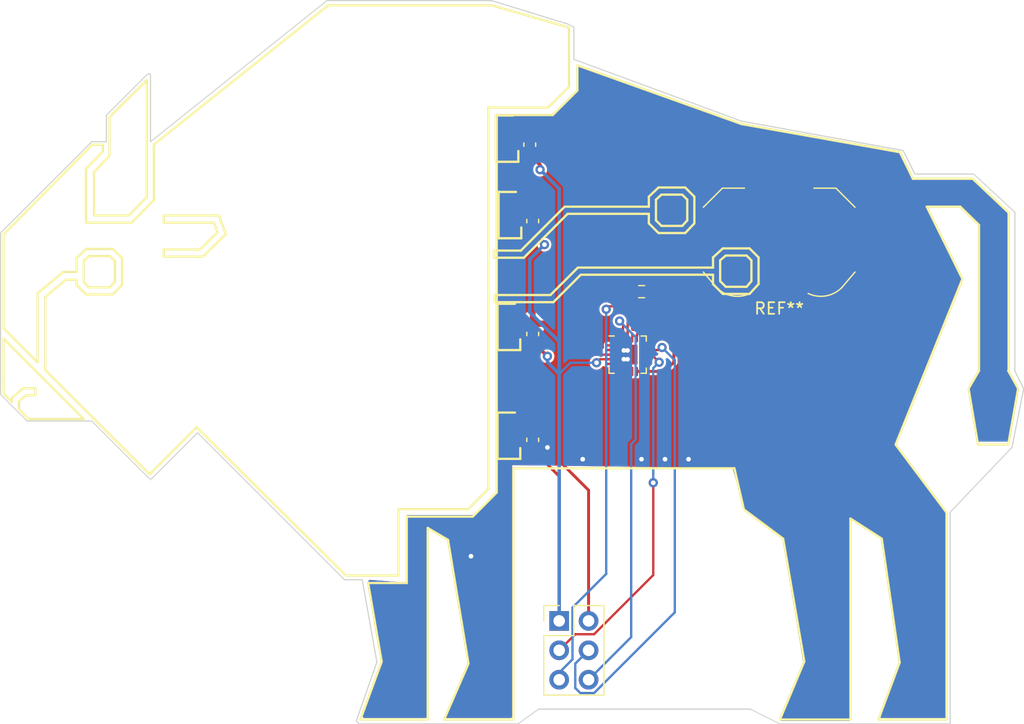
<source format=kicad_pcb>
(kicad_pcb (version 20241229) (generator "pcbnew") (generator_version "9.0")
  (layers (0 "F.Cu" signal) (2 "B.Cu" signal) (13 "F.Paste" user) (15 "B.Paste" user) (5 "F.SilkS" user "F.Silkscreen") (7 "B.SilkS" user "B.Silkscreen") (1 "F.Mask" user) (3 "B.Mask" user) (25 "Edge.Cuts" user))
  (net 0 "")
  (net 1 "/LED_RED")
  (net 2 "/LED_GREEN")
  (net 3 "/LED_BLUE")
  (net 4 "/Battery_VIN")
  (net 5 "Net-(D35-DOUT)")
  (net 6 "GND")
  (net 7 "/DIO")
  (net 8 "Net-(D36-DOUT)")
  (net 9 "Net-(D37-DOUT)")
  (net 11 "/SDA{slash}MOSI{slash}DATA")
  (net 12 "/SCL{slash}SCK")
  (net 13 "/CS{slash}MISO")
  (net 14 "/UPDI")
  (net 15 "/Charlie_Plex_1")
  (net 16 "/Charlie_Plex_2")
  (net 17 "/Charlie_Plex_3")
  (net 18 "/Charlie_Plex_4")
  (net 19 "/Charlie_Plex_5")
  (net 20 "/Charlie_Plex_6")
  (net 23 "/RX")
  (net 24 "/TX")
  (footprint "Capacitor_SMD:C_0603_1608Metric_Pad1.08x0.95mm_HandSolder" (layer "F.Cu") (at 97.282 109.22 90)
    (property "Reference" "C2" (hide yes))
    (property "Value" "C")
    (fp_line (start -0.146267 -0.51) (end 0.146267 -0.51) (stroke (width 0.12)) (layer "F.SilkS"))
    (fp_line (start -0.146267 0.51) (end 0.146267 0.51) (stroke (width 0.12)) (layer "F.SilkS"))
    (pad "1" smd roundrect (at -0.8625 0 90) (size 1.075 0.95) (layers "F.Cu" "F.Mask" "F.Paste") (net 4 "/Battery_VIN"))
    (pad "2" smd roundrect (at 0.8625 0 90) (size 1.075 0.95) (layers "F.Cu" "F.Mask" "F.Paste") (net 6 "GND"))
  )
  (footprint "footprints:WS2812B-4020" (layer "F.Cu") (at 95.084 108.702 90)
    (property "Reference" "D36" (hide yes))
    (property "Value" "WS2812B" (hide yes))
    (fp_line (start -2 -0.75) (end 2 -0.75) (stroke (width 0.2)) (layer "F.SilkS"))
    (fp_line (start 2 0.75) (end 2 -0.75) (stroke (width 0.2)) (layer "F.SilkS"))
    (fp_line (start -2 1.21) (end -1.07 1.21) (stroke (width 0.2)) (layer "F.SilkS"))
    (fp_line (start -2 1.22) (end -2 -0.75) (stroke (width 0.2)) (layer "F.SilkS"))
    (pad "1" smd rect (at -1.26 0.42 90) (size 0.45 1.2) (layers "F.Cu" "F.Mask" "F.Paste") (net 4 "/Battery_VIN"))
    (pad "2" smd rect (at -0.42 0.42 90) (size 0.45 1.2) (layers "F.Cu" "F.Mask" "F.Paste") (net 8 "Net-(D36-DOUT)"))
    (pad "3" smd rect (at 0.42 0.42 90) (size 0.45 1.2) (layers "F.Cu" "F.Mask" "F.Paste") (net 6 "GND"))
    (pad "4" smd rect (at 1.26 0.42 90) (size 0.45 1.2) (layers "F.Cu" "F.Mask" "F.Paste") (net 5 "Net-(D35-DOUT)"))
  )
  (footprint "Capacitor_SMD:C_0603_1608Metric_Pad1.08x0.95mm_HandSolder" (layer "F.Cu") (at 97.282 118.9725 90)
    (property "Reference" "C3" (hide yes))
    (property "Value" "C")
    (fp_line (start -0.146267 -0.51) (end 0.146267 -0.51) (stroke (width 0.12)) (layer "F.SilkS"))
    (fp_line (start -0.146267 0.51) (end 0.146267 0.51) (stroke (width 0.12)) (layer "F.SilkS"))
    (pad "1" smd roundrect (at -0.8625 0 90) (size 1.075 0.95) (layers "F.Cu" "F.Mask" "F.Paste") (net 4 "/Battery_VIN"))
    (pad "2" smd roundrect (at 0.8625 0 90) (size 1.075 0.95) (layers "F.Cu" "F.Mask" "F.Paste") (net 6 "GND"))
  )
  (footprint "Capacitor_SMD:C_0603_1608Metric_Pad1.08x0.95mm_HandSolder" (layer "F.Cu") (at 97.282 128.1165 90)
    (property "Reference" "C4" (hide yes))
    (property "Value" "C")
    (fp_line (start -0.146267 -0.51) (end 0.146267 -0.51) (stroke (width 0.12)) (layer "F.SilkS"))
    (fp_line (start -0.146267 0.51) (end 0.146267 0.51) (stroke (width 0.12)) (layer "F.SilkS"))
    (pad "1" smd roundrect (at -0.8625 0 90) (size 1.075 0.95) (layers "F.Cu" "F.Mask" "F.Paste") (net 4 "/Battery_VIN"))
    (pad "2" smd roundrect (at 0.8625 0 90) (size 1.075 0.95) (layers "F.Cu" "F.Mask" "F.Paste") (net 6 "GND"))
  )
  (footprint "footprints:WS2812B-4020" (layer "F.Cu") (at 94.996 118.364 90)
    (property "Reference" "D37" (hide yes))
    (property "Value" "WS2812B" (hide yes))
    (fp_line (start -2 -0.75) (end 2 -0.75) (stroke (width 0.2)) (layer "F.SilkS"))
    (fp_line (start 2 0.75) (end 2 -0.75) (stroke (width 0.2)) (layer "F.SilkS"))
    (fp_line (start -2 1.21) (end -1.07 1.21) (stroke (width 0.2)) (layer "F.SilkS"))
    (fp_line (start -2 1.22) (end -2 -0.75) (stroke (width 0.2)) (layer "F.SilkS"))
    (pad "1" smd rect (at -1.26 0.42 90) (size 0.45 1.2) (layers "F.Cu" "F.Mask" "F.Paste") (net 4 "/Battery_VIN"))
    (pad "2" smd rect (at -0.42 0.42 90) (size 0.45 1.2) (layers "F.Cu" "F.Mask" "F.Paste") (net 9 "Net-(D37-DOUT)"))
    (pad "3" smd rect (at 0.42 0.42 90) (size 0.45 1.2) (layers "F.Cu" "F.Mask" "F.Paste") (net 6 "GND"))
    (pad "4" smd rect (at 1.26 0.42 90) (size 0.45 1.2) (layers "F.Cu" "F.Mask" "F.Paste") (net 8 "Net-(D36-DOUT)"))
  )
  (footprint "footprints:WS2812B-4020" (layer "F.Cu") (at 94.996 127.762 90)
    (property "Reference" "D38" (hide yes))
    (property "Value" "WS2812B" (hide yes))
    (fp_line (start -2 -0.75) (end 2 -0.75) (stroke (width 0.2)) (layer "F.SilkS"))
    (fp_line (start 2 0.75) (end 2 -0.75) (stroke (width 0.2)) (layer "F.SilkS"))
    (fp_line (start -2 1.21) (end -1.07 1.21) (stroke (width 0.2)) (layer "F.SilkS"))
    (fp_line (start -2 1.22) (end -2 -0.75) (stroke (width 0.2)) (layer "F.SilkS"))
    (pad "1" smd rect (at -1.26 0.42 90) (size 0.45 1.2) (layers "F.Cu" "F.Mask" "F.Paste") (net 4 "/Battery_VIN"))
    (pad "2" smd rect (at -0.42 0.42 90) (size 0.45 1.2) (layers "F.Cu" "F.Mask" "F.Paste"))
    (pad "3" smd rect (at 0.42 0.42 90) (size 0.45 1.2) (layers "F.Cu" "F.Mask" "F.Paste") (net 6 "GND"))
    (pad "4" smd rect (at 1.26 0.42 90) (size 0.45 1.2) (layers "F.Cu" "F.Mask" "F.Paste") (net 9 "Net-(D37-DOUT)"))
  )
  (footprint "Battery:BatteryHolder_LINX_BAT-HLD-012-SMT" (layer "F.Cu") (at 118.575 110.775)
    (property "Reference" "REF**" (at 0 6 0) (layer "F.SilkS"))
    (property "Value" "BatteryHolder_LINX_BAT-HLD-012-SMT")
    (fp_line (start -6.55 -2.75) (end -4.9 -4.4) (stroke (width 0.12)) (layer "F.SilkS"))
    (fp_line (start -6.55 2.85) (end -5.4 4.2) (stroke (width 0.12)) (layer "F.SilkS"))
    (fp_line (start -4.9 -4.4) (end -3 -4.4) (stroke (width 0.12)) (layer "F.SilkS"))
    (fp_line (start 4.9 -4.4) (end 3 -4.4) (stroke (width 0.12)) (layer "F.SilkS"))
    (fp_line (start 4.9 -4.4) (end 6.55 -2.75) (stroke (width 0.12)) (layer "F.SilkS"))
    (fp_line (start 6.55 2.85) (end 5.4 4.2) (stroke (width 0.12)) (layer "F.SilkS"))
    (fp_arc (start -2.504098 4.697607) (mid -4.031094 4.908816) (end -5.4 4.2) (stroke (width 0.12)) (layer "F.SilkS"))
    (fp_arc (start 5.4 4.2) (mid 4.029781 4.909041) (end 2.501694 4.696459) (stroke (width 0.12)) (layer "F.SilkS"))
    (pad "1" smd rect (at -7.6 0) (size 2.5 5.1) (layers "F.Cu" "F.Mask" "F.Paste"))
    (pad "1" smd rect (at 7.6 0) (size 2.5 5.1) (layers "F.Cu" "F.Mask" "F.Paste"))
    (pad "2" smd circle (at 0 0) (size 10.2 10.2) (layers "F.Cu" "F.Mask"))
  )
  (footprint "Capacitor_SMD:C_0603_1608Metric_Pad1.08x0.95mm_HandSolder" (layer "F.Cu") (at 97.028 102.616 90)
    (property "Reference" "C1" (hide yes))
    (property "Value" "C")
    (fp_line (start -0.146267 -0.51) (end 0.146267 -0.51) (stroke (width 0.12)) (layer "F.SilkS"))
    (fp_line (start -0.146267 0.51) (end 0.146267 0.51) (stroke (width 0.12)) (layer "F.SilkS"))
    (pad "1" smd roundrect (at -0.8625 0 90) (size 1.075 0.95) (layers "F.Cu" "F.Mask" "F.Paste") (net 4 "/Battery_VIN"))
    (pad "2" smd roundrect (at 0.8625 0 90) (size 1.075 0.95) (layers "F.Cu" "F.Mask" "F.Paste") (net 6 "GND"))
  )
  (footprint "Resistor_SMD:R_0603_1608Metric_Pad0.98x0.95mm_HandSolder" (layer "F.Cu") (at 106.696 115.316)
    (property "Reference" "R1" (hide yes))
    (property "Value" "R")
    (fp_line (start -0.254724 -0.5225) (end 0.254724 -0.5225) (stroke (width 0.12)) (layer "F.SilkS"))
    (fp_line (start -0.254724 0.5225) (end 0.254724 0.5225) (stroke (width 0.12)) (layer "F.SilkS"))
    (pad "1" smd roundrect (at -0.9125 0) (size 0.975 0.95) (layers "F.Cu" "F.Mask" "F.Paste") (net 13 "/CS{slash}MISO"))
    (pad "2" smd roundrect (at 0.9125 0) (size 0.975 0.95) (layers "F.Cu" "F.Mask" "F.Paste") (net 7 "/DIO"))
  )
  (footprint "footprints:WS2812B-4020" (layer "F.Cu") (at 94.83 102.098 90)
    (property "Reference" "D35" (hide yes))
    (property "Value" "WS2812B" (hide yes))
    (fp_line (start -2 -0.75) (end 2 -0.75) (stroke (width 0.2)) (layer "F.SilkS"))
    (fp_line (start 2 0.75) (end 2 -0.75) (stroke (width 0.2)) (layer "F.SilkS"))
    (fp_line (start -2 1.21) (end -1.07 1.21) (stroke (width 0.2)) (layer "F.SilkS"))
    (fp_line (start -2 1.22) (end -2 -0.75) (stroke (width 0.2)) (layer "F.SilkS"))
    (pad "1" smd rect (at -1.26 0.42 90) (size 0.45 1.2) (layers "F.Cu" "F.Mask" "F.Paste") (net 4 "/Battery_VIN"))
    (pad "2" smd rect (at -0.42 0.42 90) (size 0.45 1.2) (layers "F.Cu" "F.Mask" "F.Paste") (net 5 "Net-(D35-DOUT)"))
    (pad "3" smd rect (at 0.42 0.42 90) (size 0.45 1.2) (layers "F.Cu" "F.Mask" "F.Paste") (net 6 "GND"))
    (pad "4" smd rect (at 1.26 0.42 90) (size 0.45 1.2) (layers "F.Cu" "F.Mask" "F.Paste") (net 7 "/DIO"))
  )
  (footprint "Package_DFN_QFN:VQFN-20-1EP_3x3mm_P0.4mm_EP1.7x1.7mm" (layer "F.Cu") (at 105.484 120.758)
    (property "Reference" "U1" (hide yes))
    (property "Value" "ATtiny816-M")
    (fp_line (start -1.61 1.61) (end -1.61 1.16) (stroke (width 0.12)) (layer "F.SilkS"))
    (fp_line (start -1.16 -1.61) (end -1.61 -1.61) (stroke (width 0.12)) (layer "F.SilkS"))
    (fp_line (start -1.16 1.61) (end -1.61 1.61) (stroke (width 0.12)) (layer "F.SilkS"))
    (fp_line (start 1.16 -1.61) (end 1.61 -1.61) (stroke (width 0.12)) (layer "F.SilkS"))
    (fp_line (start 1.16 1.61) (end 1.61 1.61) (stroke (width 0.12)) (layer "F.SilkS"))
    (fp_line (start 1.61 -1.61) (end 1.61 -1.16) (stroke (width 0.12)) (layer "F.SilkS"))
    (fp_line (start 1.61 1.61) (end 1.61 1.16) (stroke (width 0.12)) (layer "F.SilkS"))
    (pad "1" smd custom (at -1.45 -0.8) (size 0.143431 0.143431) (layers "F.Cu" "F.Mask" "F.Paste") (net 16 "/Charlie_Plex_2") (options (clearance outline) (anchor circle)) (primitives (gr_poly (pts (xy 0.35 0.000711) (xy 0.35 0.05) (xy -0.35 0.05) (xy -0.35 -0.05) (xy 0.299289 -0.05)) (width 0.1) (fill yes))))
    (pad "2" smd roundrect (at -1.45 -0.4) (size 0.8 0.2) (layers "F.Cu" "F.Mask" "F.Paste") (net 17 "/Charlie_Plex_3"))
    (pad "3" smd roundrect (at -1.45 0) (size 0.8 0.2) (layers "F.Cu" "F.Mask" "F.Paste") (net 6 "GND"))
    (pad "4" smd roundrect (at -1.45 0.4) (size 0.8 0.2) (layers "F.Cu" "F.Mask" "F.Paste") (net 4 "/Battery_VIN"))
    (pad "5" smd custom (at -1.45 0.8) (size 0.143431 0.143431) (layers "F.Cu" "F.Mask" "F.Paste") (net 18 "/Charlie_Plex_4") (options (clearance outline) (anchor circle)) (primitives (gr_poly (pts (xy 0.35 -0.000711) (xy 0.299289 0.05) (xy -0.35 0.05) (xy -0.35 -0.05) (xy 0.35 -0.05)) (width 0.1) (fill yes))))
    (pad "6" smd custom (at -0.8 1.45) (size 0.143431 0.143431) (layers "F.Cu" "F.Mask" "F.Paste") (net 19 "/Charlie_Plex_5") (options (clearance outline) (anchor circle)) (primitives (gr_poly (pts (xy 0.05 0.35) (xy -0.05 0.35) (xy -0.05 -0.299289) (xy 0.000711 -0.35) (xy 0.05 -0.35)) (width 0.1) (fill yes))))
    (pad "7" smd roundrect (at -0.4 1.45) (size 0.2 0.8) (layers "F.Cu" "F.Mask" "F.Paste") (net 20 "/Charlie_Plex_6"))
    (pad "8" smd roundrect (at 0 1.45) (size 0.2 0.8) (layers "F.Cu" "F.Mask" "F.Paste"))
    (pad "9" smd roundrect (at 0.4 1.45) (size 0.2 0.8) (layers "F.Cu" "F.Mask" "F.Paste"))
    (pad "10" smd custom (at 0.8 1.45) (size 0.143431 0.143431) (layers "F.Cu" "F.Mask" "F.Paste") (net 7 "/DIO") (options (clearance outline) (anchor circle)) (primitives (gr_poly (pts (xy 0.05 -0.299289) (xy 0.05 0.35) (xy -0.05 0.35) (xy -0.05 -0.35) (xy -0.000711 -0.35)) (width 0.1) (fill yes))))
    (pad "11" smd custom (at 1.45 0.8) (size 0.143431 0.143431) (layers "F.Cu" "F.Mask" "F.Paste") (net 23 "/RX") (options (clearance outline) (anchor circle)) (primitives (gr_poly (pts (xy 0.35 0.05) (xy -0.299289 0.05) (xy -0.35 -0.000711) (xy -0.35 -0.05) (xy 0.35 -0.05)) (width 0.1) (fill yes))))
    (pad "12" smd roundrect (at 1.45 0.4) (size 0.8 0.2) (layers "F.Cu" "F.Mask" "F.Paste") (net 24 "/TX"))
    (pad "13" smd roundrect (at 1.45 0) (size 0.8 0.2) (layers "F.Cu" "F.Mask" "F.Paste") (net 11 "/SDA{slash}MOSI{slash}DATA"))
    (pad "14" smd roundrect (at 1.45 -0.4) (size 0.8 0.2) (layers "F.Cu" "F.Mask" "F.Paste") (net 12 "/SCL{slash}SCK"))
    (pad "15" smd custom (at 1.45 -0.8) (size 0.143431 0.143431) (layers "F.Cu" "F.Mask" "F.Paste") (net 1 "/LED_RED") (options (clearance outline) (anchor circle)) (primitives (gr_poly (pts (xy 0.35 0.05) (xy -0.35 0.05) (xy -0.35 0.000711) (xy -0.299289 -0.05) (xy 0.35 -0.05)) (width 0.1) (fill yes))))
    (pad "16" smd custom (at 0.8 -1.45) (size 0.143431 0.143431) (layers "F.Cu" "F.Mask" "F.Paste") (net 2 "/LED_GREEN") (options (clearance outline) (anchor circle)) (primitives (gr_poly (pts (xy 0.05 0.299289) (xy -0.000711 0.35) (xy -0.05 0.35) (xy -0.05 -0.35) (xy 0.05 -0.35)) (width 0.1) (fill yes))))
    (pad "17" smd roundrect (at 0.4 -1.45) (size 0.2 0.8) (layers "F.Cu" "F.Mask" "F.Paste") (net 3 "/LED_BLUE"))
    (pad "18" smd roundrect (at 0 -1.45) (size 0.2 0.8) (layers "F.Cu" "F.Mask" "F.Paste") (net 13 "/CS{slash}MISO"))
    (pad "19" smd roundrect (at -0.4 -1.45) (size 0.2 0.8) (layers "F.Cu" "F.Mask" "F.Paste") (net 14 "/UPDI"))
    (pad "20" smd custom (at -0.8 -1.45) (size 0.143431 0.143431) (layers "F.Cu" "F.Mask" "F.Paste") (net 15 "/Charlie_Plex_1") (options (clearance outline) (anchor circle)) (primitives (gr_poly (pts (xy 0.05 0.35) (xy 0.000711 0.35) (xy -0.05 0.299289) (xy -0.05 -0.35) (xy 0.05 -0.35)) (width 0.1) (fill yes))))
    (pad "21" smd rect (at 0 0) (size 1.7 1.7) (layers "F.Cu" "F.Mask") (net 6 "GND"))
  )
  (footprint "Connector_PinHeader_2.54mm:PinHeader_2x03_P2.54mm_Vertical" (layer "F.Cu") (at 99.568 143.764)
    (property "Reference" "J3" (hide yes))
    (property "Value" "Conn_02x03_Counter_Clockwise")
    (fp_line (start -1.33 -1.33) (end 0 -1.33) (stroke (width 0.12)) (layer "F.SilkS"))
    (fp_line (start -1.33 0) (end -1.33 -1.33) (stroke (width 0.12)) (layer "F.SilkS"))
    (fp_line (start -1.33 1.27) (end -1.33 6.41) (stroke (width 0.12)) (layer "F.SilkS"))
    (fp_line (start -1.33 1.27) (end 1.27 1.27) (stroke (width 0.12)) (layer "F.SilkS"))
    (fp_line (start -1.33 6.41) (end 3.87 6.41) (stroke (width 0.12)) (layer "F.SilkS"))
    (fp_line (start 1.27 -1.33) (end 3.87 -1.33) (stroke (width 0.12)) (layer "F.SilkS"))
    (fp_line (start 1.27 1.27) (end 1.27 -1.33) (stroke (width 0.12)) (layer "F.SilkS"))
    (fp_line (start 3.87 -1.33) (end 3.87 6.41) (stroke (width 0.12)) (layer "F.SilkS"))
    (pad "1" thru_hole rect (at 0 0) (size 1.7 1.7) (drill 1) (layers "*.Cu" "*.Mask") (net 4 "/Battery_VIN"))
    (pad "2" thru_hole oval (at 2.54 0) (size 1.7 1.7) (drill 1) (layers "*.Cu" "*.Mask") (net 6 "GND"))
    (pad "3" thru_hole oval (at 0 2.54) (size 1.7 1.7) (drill 1) (layers "*.Cu" "*.Mask") (net 11 "/SDA{slash}MOSI{slash}DATA"))
    (pad "4" thru_hole oval (at 2.54 2.54) (size 1.7 1.7) (drill 1) (layers "*.Cu" "*.Mask") (net 12 "/SCL{slash}SCK"))
    (pad "5" thru_hole oval (at 0 5.08) (size 1.7 1.7) (drill 1) (layers "*.Cu" "*.Mask") (net 13 "/CS{slash}MISO"))
    (pad "6" thru_hole oval (at 2.54 5.08) (size 1.7 1.7) (drill 1) (layers "*.Cu" "*.Mask") (net 14 "/UPDI"))
  )
  (gr_line (start 112.8596 113.2393) (end 112.8596 112.3593) (stroke (width 0.2)) (layer "F.SilkS"))
  (gr_line (start 101.1429 97.9369) (end 99.0141 100.058) (stroke (width 0.2)) (layer "F.SilkS"))
  (gr_line (start 128.984 147.3571) (end 127.1534 152.2845) (stroke (width 0.2)) (layer "F.SilkS"))
  (gr_line (start 107.9301 107.3676) (end 107.9301 109.1605) (stroke (width 0.2)) (layer "F.SilkS"))
  (gr_line (start 112.8596 112.3593) (end 113.7068 111.5798) (stroke (width 0.2)) (layer "F.SilkS"))
  (gr_line (start 135.2804 105.549) (end 130.124 105.549) (stroke (width 0.2)) (layer "F.SilkS"))
  (gr_line (start 94.1754 111.7698) (end 93.9163 111.7698) (stroke (width 0.2)) (layer "F.SilkS"))
  (gr_line (start 110.6323 109.1605) (end 110.6323 107.3676) (stroke (width 0.2)) (layer "F.SilkS"))
  (gr_line (start 60.1477 103.2114) (end 60.1477 102.6219) (stroke (width 0.2)) (layer "F.SilkS"))
  (gr_line (start 51.572 124.1418) (end 52.2802 124.8416) (stroke (width 0.2)) (layer "F.SilkS"))
  (gr_line (start 56.9643 114.282) (end 55.1707 115.7585) (stroke (width 0.2)) (layer "F.SilkS"))
  (gr_line (start 100.4165 97.6212) (end 100.4165 92.5004) (stroke (width 0.2)) (layer "F.SilkS"))
  (gr_line (start 85.6764 134.1088) (end 91.7051 134.1088) (stroke (width 0.2)) (layer "F.SilkS"))
  (gr_line (start 54.3189 124.2822) (end 53.485 124.2822) (stroke (width 0.2)) (layer "F.SilkS"))
  (gr_line (start 107.3141 107.9781) (end 107.3141 107.1127) (stroke (width 0.2)) (layer "F.SilkS"))
  (gr_line (start 52.897 124.7878) (end 52.897 125.459) (stroke (width 0.2)) (layer "F.SilkS"))
  (gr_line (start 108.4064 109.6368) (end 110.1993 109.6368) (stroke (width 0.2)) (layer "F.SilkS"))
  (gr_line (start 61.8064 114.7255) (end 60.999 115.5615) (stroke (width 0.2)) (layer "F.SilkS"))
  (gr_line (start 84.2306 147.2663) (end 82.4001 152.2845) (stroke (width 0.2)) (layer "F.SilkS"))
  (gr_line (start 99.0141 100.058) (end 94.1754 100.058) (stroke (width 0.2)) (layer "F.SilkS"))
  (gr_line (start 54.5072 115.4484) (end 56.7275 113.6185) (stroke (width 0.2)) (layer "F.SilkS"))
  (gr_line (start 111.2476 109.4175) (end 110.4556 110.2535) (stroke (width 0.2)) (layer "F.SilkS"))
  (gr_line (start 58.9513 114.945) (end 60.7441 114.945) (stroke (width 0.2)) (layer "F.SilkS"))
  (gr_line (start 110.4556 106.3193) (end 111.2476 107.1127) (stroke (width 0.2)) (layer "F.SilkS"))
  (gr_line (start 60.7162 100.2472) (end 60.7162 103.5871) (stroke (width 0.2)) (layer "F.SilkS"))
  (gr_line (start 91.7051 134.1088) (end 93.4498 132.3543) (stroke (width 0.2)) (layer "F.SilkS"))
  (gr_line (start 112.8596 113.856) (end 101.4376 113.856) (stroke (width 0.2)) (layer "F.SilkS"))
  (gr_line (start 114.7062 130.5769) (end 115.5297 134.1339) (stroke (width 0.2)) (layer "F.SilkS"))
  (gr_line (start 128.6383 128.5389) (end 134.4073 114.2303) (stroke (width 0.2)) (layer "F.SilkS"))
  (gr_line (start 58.9513 112.2435) (end 58.4889 112.6766) (stroke (width 0.2)) (layer "F.SilkS"))
  (gr_line (start 113.7068 111.5798) (end 116.0115 111.5798) (stroke (width 0.2)) (layer "F.SilkS"))
  (gr_line (start 93.7431 90.5832) (end 79.6071 90.5832) (stroke (width 0.2)) (layer "F.SilkS"))
  (gr_line (start 110.1993 106.9353) (end 108.4064 106.9353) (stroke (width 0.2)) (layer "F.SilkS"))
  (gr_line (start 94.1754 132.6679) (end 92.1011 134.7541) (stroke (width 0.2)) (layer "F.SilkS"))
  (gr_line (start 139.2166 123.6939) (end 138.361 122.149) (stroke (width 0.2)) (layer "F.SilkS"))
  (gr_line (start 116.7938 114.664) (end 116.0115 115.514) (stroke (width 0.2)) (layer "F.SilkS"))
  (gr_line (start 57.8722 112.4207) (end 58.6957 111.6273) (stroke (width 0.2)) (layer "F.SilkS"))
  (gr_line (start 64.1804 131.0979) (end 68.2529 127.0303) (stroke (width 0.2)) (layer "F.SilkS"))
  (gr_line (start 134.9415 123.6981) (end 135.7566 128.5333) (stroke (width 0.2)) (layer "F.SilkS"))
  (gr_line (start 98.8109 115.609) (end 101.1813 113.2393) (stroke (width 0.2)) (layer "F.SilkS"))
  (gr_line (start 100.4165 92.5004) (end 93.7431 90.5832) (stroke (width 0.2)) (layer "F.SilkS"))
  (gr_line (start 115.5297 134.1339) (end 118.917 136.6573) (stroke (width 0.2)) (layer "F.SilkS"))
  (gr_line (start 130.124 105.549) (end 128.9967 103.2651) (stroke (width 0.2)) (layer "F.SilkS"))
  (gr_line (start 59.2271 102.6219) (end 51.5683 110.3771) (stroke (width 0.2)) (layer "F.SilkS"))
  (gr_line (start 94.1754 112.3865) (end 94.1754 115.609) (stroke (width 0.2)) (layer "F.SilkS"))
  (gr_line (start 65.4096 112.2908) (end 65.4096 111.6755) (stroke (width 0.2)) (layer "F.SilkS"))
  (gr_line (start 115.3133 100.8367) (end 101.1429 95.7669) (stroke (width 0.2)) (layer "F.SilkS"))
  (gr_line (start 54.5072 121.4352) (end 54.5072 115.4484) (stroke (width 0.2)) (layer "F.SilkS"))
  (gr_line (start 113.4756 114.4077) (end 113.9624 114.898) (stroke (width 0.2)) (layer "F.SilkS"))
  (gr_line (start 94.1754 115.609) (end 93.9966 115.609) (stroke (width 0.2)) (layer "F.SilkS"))
  (gr_line (start 86.402 140.4895) (end 83.0657 140.4895) (stroke (width 0.2)) (layer "F.SilkS"))
  (gr_line (start 127.4398 136.6573) (end 128.984 147.3571) (stroke (width 0.2)) (layer "F.SilkS"))
  (gr_line (start 85.6764 139.8435) (end 85.6764 134.1088) (stroke (width 0.2)) (layer "F.SilkS"))
  (gr_line (start 93.9966 115.609) (end 93.9966 116.2257) (stroke (width 0.2)) (layer "F.SilkS"))
  (gr_line (start 110.1993 109.6368) (end 110.6323 109.1605) (stroke (width 0.2)) (layer "F.SilkS"))
  (gr_line (start 60.999 111.6273) (end 61.8064 112.4207) (stroke (width 0.2)) (layer "F.SilkS"))
  (gr_line (start 107.3141 108.5941) (end 100.2957 108.5941) (stroke (width 0.2)) (layer "F.SilkS"))
  (gr_line (start 69.7412 109.3526) (end 65.4096 109.3526) (stroke (width 0.2)) (layer "F.SilkS"))
  (gr_line (start 113.4756 112.6149) (end 113.4756 114.4077) (stroke (width 0.2)) (layer "F.SilkS"))
  (gr_line (start 100.0394 107.9781) (end 107.3141 107.9781) (stroke (width 0.2)) (layer "F.SilkS"))
  (gr_line (start 52.897 125.459) (end 53.7239 126.3209) (stroke (width 0.2)) (layer "F.SilkS"))
  (gr_line (start 135.7566 128.5333) (end 138.361 128.5333) (stroke (width 0.2)) (layer "F.SilkS"))
  (gr_line (start 107.9301 109.1605) (end 108.4064 109.6368) (stroke (width 0.2)) (layer "F.SilkS"))
  (gr_line (start 86.402 134.7541) (end 86.402 140.4895) (stroke (width 0.2)) (layer "F.SilkS"))
  (gr_line (start 116.0115 115.514) (end 113.7068 115.514) (stroke (width 0.2)) (layer "F.SilkS"))
  (gr_line (start 58.4889 112.6766) (end 58.4889 114.4694) (stroke (width 0.2)) (layer "F.SilkS"))
  (gr_line (start 124.7306 152.2845) (end 124.7306 134.9203) (stroke (width 0.2)) (layer "F.SilkS"))
  (gr_line (start 65.4096 109.3526) (end 65.4096 108.7365) (stroke (width 0.2)) (layer "F.SilkS"))
  (gr_line (start 93.4498 132.3543) (end 93.4498 99.4126) (stroke (width 0.2)) (layer "F.SilkS"))
  (gr_line (start 88.2095 135.7291) (end 89.9667 136.7649) (stroke (width 0.2)) (layer "F.SilkS"))
  (gr_line (start 138.361 122.149) (end 138.394 122.149) (stroke (width 0.2)) (layer "F.SilkS"))
  (gr_line (start 93.4498 99.4126) (end 98.6195 99.4126) (stroke (width 0.2)) (layer "F.SilkS"))
  (gr_line (start 56.7275 113.6185) (end 57.8722 113.6185) (stroke (width 0.2)) (layer "F.SilkS"))
  (gr_line (start 107.3141 107.1127) (end 108.1508 106.3193) (stroke (width 0.2)) (layer "F.SilkS"))
  (gr_line (start 101.1813 113.2393) (end 112.8596 113.2393) (stroke (width 0.2)) (layer "F.SilkS"))
  (gr_line (start 112.8596 114.664) (end 112.8596 113.856) (stroke (width 0.2)) (layer "F.SilkS"))
  (gr_line (start 135.8397 109.5551) (end 135.8397 122.1574) (stroke (width 0.2)) (layer "F.SilkS"))
  (gr_line (start 113.9624 114.898) (end 115.7552 114.898) (stroke (width 0.2)) (layer "F.SilkS"))
  (gr_line (start 94.1754 116.2257) (end 94.1754 115.609) (stroke (width 0.2)) (layer "F.SilkS"))
  (gr_line (start 51.5683 118.4781) (end 54.5072 121.4352) (stroke (width 0.2)) (layer "F.SilkS"))
  (gr_line (start 138.394 108.4942) (end 135.2804 105.549) (stroke (width 0.2)) (layer "F.SilkS"))
  (gr_line (start 94.1754 116.2257) (end 94.1754 132.6679) (stroke (width 0.2)) (layer "F.SilkS"))
  (gr_line (start 108.4064 106.9353) (end 107.9301 107.3676) (stroke (width 0.2)) (layer "F.SilkS"))
  (gr_line (start 108.1508 106.3193) (end 110.4556 106.3193) (stroke (width 0.2)) (layer "F.SilkS"))
  (gr_line (start 93.9163 111.7698) (end 93.9163 112.3865) (stroke (width 0.2)) (layer "F.SilkS"))
  (gr_line (start 107.3141 109.4175) (end 107.3141 108.5941) (stroke (width 0.2)) (layer "F.SilkS"))
  (gr_line (start 57.8722 113.6185) (end 57.8722 112.4207) (stroke (width 0.2)) (layer "F.SilkS"))
  (gr_line (start 60.7441 114.945) (end 61.1904 114.4694) (stroke (width 0.2)) (layer "F.SilkS"))
  (gr_line (start 134.4073 114.2303) (end 131.3209 107.9753) (stroke (width 0.2)) (layer "F.SilkS"))
  (gr_line (start 127.1534 152.2845) (end 133.0307 152.2845) (stroke (width 0.2)) (layer "F.SilkS"))
  (gr_line (start 124.7306 134.9203) (end 127.4398 136.6573) (stroke (width 0.2)) (layer "F.SilkS"))
  (gr_line (start 65.4096 111.6755) (end 68.528 111.6755) (stroke (width 0.2)) (layer "F.SilkS"))
  (gr_line (start 53.7239 126.3209) (end 58.4941 126.3209) (stroke (width 0.2)) (layer "F.SilkS"))
  (gr_line (start 101.4376 113.856) (end 99.0686 116.2257) (stroke (width 0.2)) (layer "F.SilkS"))
  (gr_line (start 133.0307 134.4014) (end 128.6383 128.5389) (stroke (width 0.2)) (layer "F.SilkS"))
  (gr_line (start 93.9163 112.3865) (end 94.1754 112.3865) (stroke (width 0.2)) (layer "F.SilkS"))
  (gr_line (start 99.0686 116.2257) (end 94.1754 116.2257) (stroke (width 0.2)) (layer "F.SilkS"))
  (gr_line (start 96.2602 111.7698) (end 100.0394 107.9781) (stroke (width 0.2)) (layer "F.SilkS"))
  (gr_line (start 55.1707 115.7585) (end 55.1707 122.0939) (stroke (width 0.2)) (layer "F.SilkS"))
  (gr_line (start 138.361 128.5333) (end 139.2166 123.6939) (stroke (width 0.2)) (layer "F.SilkS"))
  (gr_line (start 68.7802 112.2908) (end 65.4096 112.2908) (stroke (width 0.2)) (layer "F.SilkS"))
  (gr_line (start 116.7938 112.3593) (end 116.7938 114.664) (stroke (width 0.2)) (layer "F.SilkS"))
  (gr_line (start 134.2194 107.9753) (end 135.8397 109.5551) (stroke (width 0.2)) (layer "F.SilkS"))
  (gr_line (start 58.4941 126.3209) (end 51.562 119.38) (stroke (width 0.2)) (layer "F.SilkS"))
  (gr_line (start 93.9966 116.2257) (end 94.1754 116.2257) (stroke (width 0.2)) (layer "F.SilkS"))
  (gr_line (start 101.1429 95.7669) (end 101.1429 97.9369) (stroke (width 0.2)) (layer "F.SilkS"))
  (gr_line (start 91.7345 147.4486) (end 89.6301 152.2845) (stroke (width 0.2)) (layer "F.SilkS"))
  (gr_line (start 60.999 115.5615) (end 58.6957 115.5615) (stroke (width 0.2)) (layer "F.SilkS"))
  (gr_line (start 116.1778 114.4077) (end 116.1778 112.6149) (stroke (width 0.2)) (layer "F.SilkS"))
  (gr_line (start 82.4001 152.2845) (end 88.2095 152.2845) (stroke (width 0.2)) (layer "F.SilkS"))
  (gr_line (start 64.5554 102.6072) (end 64.5554 107.4074) (stroke (width 0.2)) (layer "F.SilkS"))
  (gr_line (start 113.7068 115.514) (end 112.8596 114.664) (stroke (width 0.2)) (layer "F.SilkS"))
  (gr_line (start 64.5554 107.4074) (end 62.6375 109.3526) (stroke (width 0.2)) (layer "F.SilkS"))
  (gr_line (start 94.1754 112.3865) (end 94.1754 111.7698) (stroke (width 0.2)) (layer "F.SilkS"))
  (gr_line (start 59.3892 104.986) (end 59.3892 108.7365) (stroke (width 0.2)) (layer "F.SilkS"))
  (gr_line (start 68.528 111.6755) (end 70.052 110.1963) (stroke (width 0.2)) (layer "F.SilkS"))
  (gr_line (start 110.4556 110.2535) (end 108.1508 110.2535) (stroke (width 0.2)) (layer "F.SilkS"))
  (gr_line (start 51.5683 110.3771) (end 51.5683 118.4781) (stroke (width 0.2)) (layer "F.SilkS"))
  (gr_line (start 94.1754 111.7698) (end 96.2602 111.7698) (stroke (width 0.2)) (layer "F.SilkS"))
  (gr_line (start 63.9394 97.0436) (end 60.7162 100.2472) (stroke (width 0.2)) (layer "F.SilkS"))
  (gr_line (start 61.8064 112.4207) (end 61.8064 114.7255) (stroke (width 0.2)) (layer "F.SilkS"))
  (gr_line (start 70.1735 108.7365) (end 70.7672 110.3583) (stroke (width 0.2)) (layer "F.SilkS"))
  (gr_line (start 113.9624 112.1965) (end 113.4756 112.6149) (stroke (width 0.2)) (layer "F.SilkS"))
  (gr_line (start 54.3189 123.6662) (end 54.3189 124.2822) (stroke (width 0.2)) (layer "F.SilkS"))
  (gr_line (start 65.4096 108.7365) (end 70.1735 108.7365) (stroke (width 0.2)) (layer "F.SilkS"))
  (gr_line (start 128.9967 103.2651) (end 115.3133 100.8367) (stroke (width 0.2)) (layer "F.SilkS"))
  (gr_line (start 51.562 119.38) (end 51.572 124.1418) (stroke (width 0.2)) (layer "F.SilkS"))
  (gr_line (start 108.1508 110.2535) (end 107.3141 109.4175) (stroke (width 0.2)) (layer "F.SilkS"))
  (gr_line (start 100.2957 108.5941) (end 96.5158 112.3865) (stroke (width 0.2)) (layer "F.SilkS"))
  (gr_line (start 89.9667 136.7649) (end 91.7345 147.4486) (stroke (width 0.2)) (layer "F.SilkS"))
  (gr_line (start 133.0307 152.2845) (end 133.0307 134.4014) (stroke (width 0.2)) (layer "F.SilkS"))
  (gr_line (start 89.6301 152.2845) (end 95.6163 152.2845) (stroke (width 0.2)) (layer "F.SilkS"))
  (gr_line (start 116.1778 112.6149) (end 115.7552 112.1965) (stroke (width 0.2)) (layer "F.SilkS"))
  (gr_line (start 79.6071 90.5832) (end 64.5554 102.6072) (stroke (width 0.2)) (layer "F.SilkS"))
  (gr_line (start 110.6323 107.3676) (end 110.1993 106.9353) (stroke (width 0.2)) (layer "F.SilkS"))
  (gr_line (start 94.1754 100.058) (end 94.1754 111.7698) (stroke (width 0.2)) (layer "F.SilkS"))
  (gr_line (start 62.6375 109.3526) (end 58.6782 109.3526) (stroke (width 0.2)) (layer "F.SilkS"))
  (gr_line (start 62.3854 108.7365) (end 63.9394 107.1532) (stroke (width 0.2)) (layer "F.SilkS"))
  (gr_line (start 52.2802 124.4973) (end 53.2629 123.6662) (stroke (width 0.2)) (layer "F.SilkS"))
  (gr_line (start 88.2095 152.2845) (end 88.2095 135.7291) (stroke (width 0.2)) (layer "F.SilkS"))
  (gr_line (start 115.7552 114.898) (end 116.1778 114.4077) (stroke (width 0.2)) (layer "F.SilkS"))
  (gr_line (start 111.2476 107.1127) (end 111.2476 109.4175) (stroke (width 0.2)) (layer "F.SilkS"))
  (gr_line (start 120.7476 147.2663) (end 118.6418 152.2845) (stroke (width 0.2)) (layer "F.SilkS"))
  (gr_line (start 60.7162 103.5871) (end 59.3892 104.986) (stroke (width 0.2)) (layer "F.SilkS"))
  (gr_line (start 96.5158 112.3865) (end 94.1754 112.3865) (stroke (width 0.2)) (layer "F.SilkS"))
  (gr_line (start 53.2629 123.6662) (end 54.3189 123.6662) (stroke (width 0.2)) (layer "F.SilkS"))
  (gr_line (start 61.1904 114.4694) (end 61.1904 112.6766) (stroke (width 0.2)) (layer "F.SilkS"))
  (gr_line (start 115.7552 112.1965) (end 113.9624 112.1965) (stroke (width 0.2)) (layer "F.SilkS"))
  (gr_line (start 58.6957 115.5615) (end 57.8722 114.7255) (stroke (width 0.2)) (layer "F.SilkS"))
  (gr_line (start 57.8722 114.7255) (end 57.8722 114.282) (stroke (width 0.2)) (layer "F.SilkS"))
  (gr_line (start 94.1754 115.609) (end 98.8109 115.609) (stroke (width 0.2)) (layer "F.SilkS"))
  (gr_line (start 58.6782 109.3526) (end 58.6782 104.7157) (stroke (width 0.2)) (layer "F.SilkS"))
  (gr_line (start 57.8722 114.282) (end 56.9643 114.282) (stroke (width 0.2)) (layer "F.SilkS"))
  (gr_line (start 58.6782 104.7157) (end 60.1477 103.2114) (stroke (width 0.2)) (layer "F.SilkS"))
  (gr_line (start 63.9394 107.1532) (end 63.9394 97.0436) (stroke (width 0.2)) (layer "F.SilkS"))
  (gr_line (start 59.3892 108.7365) (end 62.3854 108.7365) (stroke (width 0.2)) (layer "F.SilkS"))
  (gr_line (start 60.1477 102.6219) (end 59.2271 102.6219) (stroke (width 0.2)) (layer "F.SilkS"))
  (gr_line (start 98.6195 99.4126) (end 100.4165 97.6212) (stroke (width 0.2)) (layer "F.SilkS"))
  (gr_line (start 70.7672 110.3583) (end 68.7802 112.2908) (stroke (width 0.2)) (layer "F.SilkS"))
  (gr_line (start 60.7441 112.2435) (end 58.9513 112.2435) (stroke (width 0.2)) (layer "F.SilkS"))
  (gr_line (start 135.8397 122.1574) (end 134.9415 123.6981) (stroke (width 0.2)) (layer "F.SilkS"))
  (gr_line (start 83.0657 140.4895) (end 84.2306 147.2663) (stroke (width 0.2)) (layer "F.SilkS"))
  (gr_line (start 116.0115 111.5798) (end 116.7938 112.3593) (stroke (width 0.2)) (layer "F.SilkS"))
  (gr_line (start 118.917 136.6573) (end 120.7476 147.2663) (stroke (width 0.2)) (layer "F.SilkS"))
  (gr_line (start 58.6957 111.6273) (end 60.999 111.6273) (stroke (width 0.2)) (layer "F.SilkS"))
  (gr_line (start 92.1011 134.7541) (end 86.402 134.7541) (stroke (width 0.2)) (layer "F.SilkS"))
  (gr_line (start 55.1707 122.0939) (end 64.1804 131.0979) (stroke (width 0.2)) (layer "F.SilkS"))
  (gr_line (start 58.4889 114.4694) (end 58.9513 114.945) (stroke (width 0.2)) (layer "F.SilkS"))
  (gr_line (start 53.485 124.2822) (end 52.897 124.7878) (stroke (width 0.2)) (layer "F.SilkS"))
  (gr_line (start 95.6163 130.5769) (end 114.7062 130.5769) (stroke (width 0.2)) (layer "F.SilkS"))
  (gr_line (start 95.6163 152.2845) (end 95.6163 130.5769) (stroke (width 0.2)) (layer "F.SilkS"))
  (gr_line (start 81.1506 139.8435) (end 85.6764 139.8435) (stroke (width 0.2)) (layer "F.SilkS"))
  (gr_line (start 131.3209 107.9753) (end 134.2194 107.9753) (stroke (width 0.2)) (layer "F.SilkS"))
  (gr_line (start 68.2529 127.0303) (end 81.1506 139.8435) (stroke (width 0.2)) (layer "F.SilkS"))
  (gr_line (start 138.394 122.149) (end 138.394 108.4942) (stroke (width 0.2)) (layer "F.SilkS"))
  (gr_line (start 118.6418 152.2845) (end 124.7306 152.2845) (stroke (width 0.2)) (layer "F.SilkS"))
  (gr_line (start 52.2802 124.8416) (end 52.2802 124.4973) (stroke (width 0.2)) (layer "F.SilkS"))
  (gr_line (start 70.052 110.1963) (end 69.7412 109.3526) (stroke (width 0.2)) (layer "F.SilkS"))
  (gr_line (start 61.1904 112.6766) (end 60.7441 112.2435) (stroke (width 0.2)) (layer "F.SilkS"))
  (gr_line (start 139.7 123.698) (end 138.938 122.174) (stroke (width 0.1)) (layer "Edge.Cuts"))
  (gr_line (start 133.35 152.654) (end 133.35 134.366) (stroke (width 0.1)) (layer "Edge.Cuts"))
  (gr_line (start 79.756 90.17) (end 79.502 90.17) (stroke (width 0.1)) (layer "Edge.Cuts"))
  (gr_line (start 59.182 126.492) (end 64.262 131.572) (stroke (width 0.1)) (layer "Edge.Cuts"))
  (gr_line (start 59.182 102.362) (end 51.308 110.236) (stroke (width 0.1)) (layer "Edge.Cuts"))
  (gr_line (start 64.008 96.52) (end 60.452 100.076) (stroke (width 0.1)) (layer "Edge.Cuts"))
  (gr_line (start 93.726 90.17) (end 79.756 90.17) (stroke (width 0.1)) (layer "Edge.Cuts"))
  (gr_line (start 116.078 151.384) (end 118.618 152.654) (stroke (width 0.1)) (layer "Edge.Cuts"))
  (gr_line (start 82.55 140.208) (end 83.82 147.32) (stroke (width 0.1)) (layer "Edge.Cuts"))
  (gr_line (start 100.33 92.202) (end 93.726 90.17) (stroke (width 0.1)) (layer "Edge.Cuts"))
  (gr_line (start 96.012 152.654) (end 97.79 151.384) (stroke (width 0.1)) (layer "Edge.Cuts"))
  (gr_line (start 129.286 103.124) (end 115.316 100.584) (stroke (width 0.1)) (layer "Edge.Cuts"))
  (gr_line (start 51.308 124.206) (end 53.594 126.492) (stroke (width 0.1)) (layer "Edge.Cuts"))
  (gr_line (start 82.042 152.4) (end 82.296 152.654) (stroke (width 0.1)) (layer "Edge.Cuts"))
  (gr_line (start 81.026 140.208) (end 82.55 140.208) (stroke (width 0.1)) (layer "Edge.Cuts"))
  (gr_line (start 83.82 147.32) (end 82.042 152.4) (stroke (width 0.1)) (layer "Edge.Cuts"))
  (gr_line (start 64.262 96.52) (end 64.008 96.52) (stroke (width 0.1)) (layer "Edge.Cuts"))
  (gr_line (start 130.302 105.156) (end 129.286 103.124) (stroke (width 0.1)) (layer "Edge.Cuts"))
  (gr_line (start 100.838 92.456) (end 100.33 92.202) (stroke (width 0.1)) (layer "Edge.Cuts"))
  (gr_line (start 51.308 110.236) (end 51.308 124.206) (stroke (width 0.1)) (layer "Edge.Cuts"))
  (gr_line (start 64.262 102.362) (end 64.262 96.52) (stroke (width 0.1)) (layer "Edge.Cuts"))
  (gr_line (start 64.262 131.572) (end 68.326 127.508) (stroke (width 0.1)) (layer "Edge.Cuts"))
  (gr_line (start 60.452 102.362) (end 59.182 102.362) (stroke (width 0.1)) (layer "Edge.Cuts"))
  (gr_line (start 82.296 152.654) (end 96.012 152.654) (stroke (width 0.1)) (layer "Edge.Cuts"))
  (gr_line (start 135.382 105.156) (end 130.302 105.156) (stroke (width 0.1)) (layer "Edge.Cuts"))
  (gr_line (start 138.938 108.458) (end 135.382 105.156) (stroke (width 0.1)) (layer "Edge.Cuts"))
  (gr_line (start 97.79 151.384) (end 116.078 151.384) (stroke (width 0.1)) (layer "Edge.Cuts"))
  (gr_line (start 79.502 90.17) (end 64.262 102.362) (stroke (width 0.1)) (layer "Edge.Cuts"))
  (gr_line (start 138.684 128.778) (end 139.7 123.698) (stroke (width 0.1)) (layer "Edge.Cuts"))
  (gr_line (start 68.326 127.508) (end 81.026 140.208) (stroke (width 0.1)) (layer "Edge.Cuts"))
  (gr_line (start 60.452 100.076) (end 60.452 102.362) (stroke (width 0.1)) (layer "Edge.Cuts"))
  (gr_line (start 115.316 100.584) (end 100.838 95.25) (stroke (width 0.1)) (layer "Edge.Cuts"))
  (gr_line (start 118.618 152.654) (end 133.35 152.654) (stroke (width 0.1)) (layer "Edge.Cuts"))
  (gr_line (start 138.938 122.174) (end 138.938 108.458) (stroke (width 0.1)) (layer "Edge.Cuts"))
  (gr_line (start 53.594 126.492) (end 59.182 126.492) (stroke (width 0.1)) (layer "Edge.Cuts"))
  (gr_line (start 133.35 134.366) (end 138.684 128.778) (stroke (width 0.1)) (layer "Edge.Cuts"))
  (gr_line (start 100.838 95.25) (end 100.838 92.456) (stroke (width 0.1)) (layer "Edge.Cuts"))
  (segment (start 104.034 121.158) (end 103.095164 121.158) (width 0.2) (layer "F.Cu") (net 4))
  (segment (start 97.917 104.3675) (end 97.917 104.775) (width 0.3) (layer "F.Cu") (net 4))
  (segment (start 95.25 103.358) (end 96.9075 103.358) (width 0.3) (layer "F.Cu") (net 4))
  (segment (start 97.272 119.624) (end 98.552 120.904) (width 0.3) (layer "F.Cu") (net 4))
  (segment (start 96.9075 103.358) (end 97.917 104.3675) (width 0.3) (layer "F.Cu") (net 4))
  (segment (start 103.095164 121.158) (end 102.795664 121.4575) (width 0.2) (layer "F.Cu") (net 4))
  (segment (start 95.504 109.962) (end 97.008 109.962) (width 0.3) (layer "F.Cu") (net 4))
  (segment (start 95.416 119.624) (end 97.272 119.624) (width 0.3) (layer "F.Cu") (net 4))
  (segment (start 99.568 131.265) (end 97.325 129.022) (width 0.25) (layer "F.Cu") (net 4))
  (segment (start 97.325 129.022) (end 95.416 129.022) (width 0.25) (layer "F.Cu") (net 4))
  (segment (start 99.568 143.764) (end 99.568 131.265) (width 0.25) (layer "F.Cu") (net 4))
  (segment (start 97.008 109.962) (end 98.298 111.252) (width 0.3) (layer "F.Cu") (net 4))
  (via (at 97.917 104.775) (size 0.8) (drill 0.4) (layers "F.Cu" "B.Cu") (net 4))
  (via (at 98.298 111.252) (size 0.8) (drill 0.4) (layers "F.Cu" "B.Cu") (net 4))
  (via (at 98.552 120.904) (size 0.8) (drill 0.4) (layers "F.Cu" "B.Cu") (net 4))
  (via (at 102.795664 121.4575) (size 0.8) (drill 0.4) (layers "F.Cu" "B.Cu") (net 4))
  (segment (start 99.568 119.634) (end 99.568 122.428) (width 0.3) (layer "B.Cu") (net 4))
  (segment (start 98.552 121.412) (end 98.552 120.904) (width 0.3) (layer "B.Cu") (net 4))
  (segment (start 99.568 119.634) (end 97.028 117.094) (width 0.3) (layer "B.Cu") (net 4))
  (segment (start 99.568 106.426) (end 97.917 104.775) (width 0.3) (layer "B.Cu") (net 4))
  (segment (start 97.028 117.094) (end 97.028 112.522) (width 0.3) (layer "B.Cu") (net 4))
  (segment (start 100.5385 121.4575) (end 102.795664 121.4575) (width 0.2) (layer "B.Cu") (net 4))
  (segment (start 97.028 112.522) (end 98.298 111.252) (width 0.3) (layer "B.Cu") (net 4))
  (segment (start 99.568 122.428) (end 99.568 143.764) (width 0.3) (layer "B.Cu") (net 4))
  (segment (start 99.568 122.428) (end 100.5385 121.4575) (width 0.2) (layer "B.Cu") (net 4))
  (segment (start 99.568 122.428) (end 98.552 121.412) (width 0.3) (layer "B.Cu") (net 4))
  (segment (start 99.568 119.634) (end 99.568 106.426) (width 0.3) (layer "B.Cu") (net 4))
  (segment (start 94.4 102.518) (end 94.325 102.593) (width 0.25) (layer "F.Cu") (net 5))
  (segment (start 94.325 102.593) (end 94.325 106.263) (width 0.25) (layer "F.Cu") (net 5))
  (segment (start 95.25 102.518) (end 94.4 102.518) (width 0.25) (layer "F.Cu") (net 5))
  (segment (start 94.325 106.263) (end 95.504 107.442) (width 0.25) (layer "F.Cu") (net 5))
  (segment (start 95.416 117.944) (end 99.402 117.944) (width 0.25) (layer "F.Cu") (net 6))
  (segment (start 101.949999 121.898287) (end 101.949999 122.586001) (width 0.25) (layer "F.Cu") (net 6))
  (segment (start 95.25 101.678) (end 96.9525 101.678) (width 0.3) (layer "F.Cu") (net 6))
  (segment (start 99.402 104.1275) (end 99.402 109.816) (width 0.3) (layer "F.Cu") (net 6))
  (segment (start 96.266 127.586) (end 95.66 127.586) (width 0.25) (layer "F.Cu") (net 6))
  (segment (start 102.108 132.472005) (end 97.221995 127.586) (width 0.25) (layer "F.Cu") (net 6))
  (segment (start 99.402 117.944) (end 99.402 119.350288) (width 0.25) (layer "F.Cu") (net 6))
  (segment (start 102.108 143.764) (end 102.108 132.472005) (width 0.25) (layer "F.Cu") (net 6))
  (segment (start 97.79 108.204) (end 99.402 109.816) (width 0.3) (layer "F.Cu") (net 6))
  (segment (start 95.66 127.586) (end 95.416 127.342) (width 0.25) (layer "F.Cu") (net 6))
  (segment (start 96.9525 101.678) (end 99.402 104.1275) (width 0.3) (layer "F.Cu") (net 6))
  (segment (start 99.753856 119.702144) (end 101.949999 121.898287) (width 0.25) (layer "F.Cu") (net 6))
  (segment (start 96.95 127.586) (end 96.266 127.586) (width 0.25) (layer "F.Cu") (net 6))
  (segment (start 97.712 108.282) (end 97.79 108.204) (width 0.3) (layer "F.Cu") (net 6))
  (segment (start 100.809712 120.758) (end 99.753856 119.702144) (width 0.2) (layer "F.Cu") (net 6))
  (segment (start 95.504 108.282) (end 97.712 108.282) (width 0.3) (layer "F.Cu") (net 6))
  (segment (start 104.034 120.758) (end 100.809712 120.758) (width 0.2) (layer "F.Cu") (net 6))
  (segment (start 101.949999 122.586001) (end 96.95 127.586) (width 0.25) (layer "F.Cu") (net 6))
  (segment (start 99.402 119.350288) (end 99.753856 119.702144) (width 0.25) (layer "F.Cu") (net 6))
  (segment (start 97.221995 127.586) (end 96.266 127.586) (width 0.25) (layer "F.Cu") (net 6))
  (segment (start 99.402 109.816) (end 99.402 117.944) (width 0.3) (layer "F.Cu") (net 6))
  (via (at 105.4725 121.158) (size 0.8) (drill 0.4) (layers "F.Cu" "B.Cu") (net 6))
  (via (at 105.156 121.158) (size 0.8) (drill 0.4) (layers "F.Cu" "B.Cu") (net 6))
  (via (at 105.156 120.396) (size 0.8) (drill 0.4) (layers "F.Cu" "B.Cu") (net 6))
  (via (at 106.68 129.794) (size 0.8) (drill 0.4) (layers "F.Cu" "B.Cu") (net 6))
  (via (at 105.4725 120.396) (size 0.8) (drill 0.4) (layers "F.Cu" "B.Cu") (net 6))
  (via (at 110.744 129.794) (size 0.8) (drill 0.4) (layers "F.Cu" "B.Cu") (net 6))
  (via (at 101.6 129.794) (size 0.8) (drill 0.4) (layers "F.Cu" "B.Cu") (net 6))
  (via (at 98.552 128.778) (size 0.8) (drill 0.4) (layers "F.Cu" "B.Cu") (net 6))
  (via (at 108.712 129.794) (size 0.8) (drill 0.4) (layers "F.Cu" "B.Cu") (net 6))
  (via (at 91.948 138.176) (size 0.8) (drill 0.4) (layers "F.Cu" "B.Cu") (net 6))
  (segment (start 107.696 115.316) (end 108.712 115.316) (width 0.2) (layer "F.Cu") (net 7))
  (segment (start 109.474 117.338688) (end 109.474 121.412) (width 0.25) (layer "F.Cu") (net 7))
  (segment (start 97.79 100.838) (end 109.22 112.268) (width 0.25) (layer "F.Cu") (net 7))
  (segment (start 109.22 114.808) (end 109.22 117.084688) (width 0.25) (layer "F.Cu") (net 7))
  (segment (start 95.25 100.838) (end 97.79 100.838) (width 0.25) (layer "F.Cu") (net 7))
  (segment (start 108.678 122.208) (end 106.309 122.208) (width 0.25) (layer "F.Cu") (net 7))
  (segment (start 109.22 112.268) (end 109.22 114.808) (width 0.25) (layer "F.Cu") (net 7))
  (segment (start 109.22 117.084688) (end 109.474 117.338688) (width 0.25) (layer "F.Cu") (net 7))
  (segment (start 109.474 121.412) (end 108.678 122.208) (width 0.25) (layer "F.Cu") (net 7))
  (segment (start 108.712 115.316) (end 109.22 114.808) (width 0.2) (layer "F.Cu") (net 7))
  (segment (start 95.416 117.104) (end 94.579 116.267) (width 0.25) (layer "F.Cu") (net 8))
  (segment (start 94.579 116.267) (end 94.579 109.197) (width 0.25) (layer "F.Cu") (net 8))
  (segment (start 94.579 109.197) (end 94.654 109.122) (width 0.25) (layer "F.Cu") (net 8))
  (segment (start 94.654 109.122) (end 95.504 109.122) (width 0.25) (layer "F.Cu") (net 8))
  (segment (start 94.491 118.859) (end 94.566 118.784) (width 0.25) (layer "F.Cu") (net 9))
  (segment (start 94.566 118.784) (end 95.416 118.784) (width 0.25) (layer "F.Cu") (net 9))
  (segment (start 95.416 126.502) (end 94.491 125.577) (width 0.25) (layer "F.Cu") (net 9))
  (segment (start 94.491 125.577) (end 94.491 118.859) (width 0.25) (layer "F.Cu") (net 9))
  (segment (start 99.568 146.304) (end 100.958 144.914) (width 0.2) (layer "F.Cu") (net 11))
  (segment (start 106.934 120.758) (end 107.55 120.758) (width 0.2) (layer "F.Cu") (net 11))
  (segment (start 100.958 144.914) (end 102.584346 144.914) (width 0.2) (layer "F.Cu") (net 11))
  (segment (start 107.696 139.802346) (end 107.696 131.826) (width 0.2) (layer "F.Cu") (net 11))
  (segment (start 102.584346 144.914) (end 107.696 139.802346) (width 0.2) (layer "F.Cu") (net 11))
  (segment (start 107.55 120.758) (end 108.204 121.412) (width 0.2) (layer "F.Cu") (net 11))
  (via (at 108.204 121.412) (size 0.8) (drill 0.4) (layers "F.Cu" "B.Cu") (net 11))
  (via (at 107.696 131.826) (size 0.8) (drill 0.4) (layers "F.Cu" "B.Cu") (net 11))
  (segment (start 107.696 121.92) (end 107.696 131.826) (width 0.2) (layer "B.Cu") (net 11))
  (segment (start 108.204 121.412) (end 107.696 121.92) (width 0.2) (layer "B.Cu") (net 11))
  (segment (start 106.934 120.358) (end 108.242 120.358) (width 0.2) (layer "F.Cu") (net 12))
  (segment (start 108.242 120.358) (end 108.458 120.142) (width 0.2) (layer "F.Cu") (net 12))
  (via (at 108.458 120.142) (size 0.8) (drill 0.4) (layers "F.Cu" "B.Cu") (net 12))
  (segment (start 109.557001 121.241001) (end 109.557001 143.021345) (width 0.2) (layer "B.Cu") (net 12))
  (segment (start 100.958 149.560346) (end 100.958 147.454) (width 0.2) (layer "B.Cu") (net 12))
  (segment (start 100.958 147.454) (end 102.108 146.304) (width 0.2) (layer "B.Cu") (net 12))
  (segment (start 109.557001 143.021345) (end 102.584346 149.994) (width 0.2) (layer "B.Cu") (net 12))
  (segment (start 108.458 120.142) (end 109.557001 121.241001) (width 0.2) (layer "B.Cu") (net 12))
  (segment (start 102.584346 149.994) (end 101.391654 149.994) (width 0.2) (layer "B.Cu") (net 12))
  (segment (start 101.391654 149.994) (end 100.958 149.560346) (width 0.2) (layer "B.Cu") (net 12))
  (segment (start 105.696 115.538) (end 105.696 115.316) (width 0.2) (layer "F.Cu") (net 13))
  (segment (start 104.648 116.586) (end 105.696 115.538) (width 0.2) (layer "F.Cu") (net 13))
  (segment (start 103.886 116.586) (end 103.632 116.84) (width 0.2) (layer "F.Cu") (net 13))
  (segment (start 105.484 119.308) (end 105.484 117.168) (width 0.2) (layer "F.Cu") (net 13))
  (segment (start 104.648 116.586) (end 103.886 116.586) (width 0.2) (layer "F.Cu") (net 13))
  (segment (start 105.484 117.168) (end 104.902 116.586) (width 0.2) (layer "F.Cu") (net 13))
  (segment (start 104.902 116.586) (end 104.648 116.586) (width 0.2) (layer "F.Cu") (net 13))
  (via (at 103.632 116.84) (size 0.8) (drill 0.4) (layers "F.Cu" "B.Cu") (net 13))
  (segment (start 103.632 139.7) (end 100.718 142.614) (width 0.2) (layer "B.Cu") (net 13))
  (segment (start 100.718 147.086) (end 99.568 148.236) (width 0.2) (layer "B.Cu") (net 13))
  (segment (start 103.632 116.84) (end 103.632 139.7) (width 0.2) (layer "B.Cu") (net 13))
  (segment (start 100.718 142.614) (end 100.718 147.086) (width 0.2) (layer "B.Cu") (net 13))
  (segment (start 105.084 119.308) (end 105.084 118.1555) (width 0.2) (layer "F.Cu") (net 14))
  (segment (start 105.084 118.1555) (end 104.7845 117.856) (width 0.2) (layer "F.Cu") (net 14))
  (via (at 104.7845 117.856) (size 0.8) (drill 0.4) (layers "F.Cu" "B.Cu") (net 14))
  (segment (start 106.172 128.105257) (end 106.172 119.2435) (width 0.2) (layer "B.Cu") (net 14))
  (segment (start 106.172 119.2435) (end 104.7845 117.856) (width 0.2) (layer "B.Cu") (net 14))
  (segment (start 105.789 128.488257) (end 106.172 128.105257) (width 0.2) (layer "B.Cu") (net 14))
  (segment (start 102.108 148.844) (end 105.789 145.163) (width 0.2) (layer "B.Cu") (net 14))
  (segment (start 105.789 145.163) (end 105.789 128.488257) (width 0.2) (layer "B.Cu") (net 14))
  (zone (net 6) (net_name "GND") (layers "F.Cu" "B.Cu") (connect_pads (clearance 0.2)) (min_thickness 0.25) (fill yes (thermal_gap 0.5) (thermal_bridge_width 0.5))
    (polygon (pts (xy 133.096 134.366) (xy 128.524 128.524) (xy 134.366 114.046) (xy 131.318 107.95) (xy 134.112 107.95) (xy 135.89 109.474) (xy 135.89 122.174) (xy 134.874 123.698) (xy 135.636 128.27) (xy 138.43 128.27) (xy 139.192 123.698) (xy 138.43 122.174) (xy 138.43 108.458) (xy 135.382 105.664) (xy 130.048 105.664) (xy 129.032 103.378) (xy 115.316 100.838) (xy 101.092 95.758) (xy 101.092 98.044) (xy 99.06 100.076) (xy 94.234 100.076) (xy 94.234 132.588) (xy 92.202 134.62) (xy 86.36 134.62) (xy 86.36 140.462) (xy 83.058 140.208) (xy 84.328 147.32) (xy 82.55 152.146) (xy 88.138 152.146) (xy 88.138 135.636) (xy 89.916 136.652) (xy 91.694 147.32) (xy 89.662 152.146) (xy 95.504 152.146) (xy 95.504 130.302) (xy 114.554 130.556) (xy 115.57 134.112) (xy 118.872 136.652) (xy 120.65 147.32) (xy 118.618 152.4) (xy 124.714 152.4) (xy 124.714 134.874) (xy 127.508 136.652) (xy 129.032 147.32) (xy 127.254 152.146) (xy 133.096 152.146) (xy 133.096 134.874)))
  )
)
</source>
